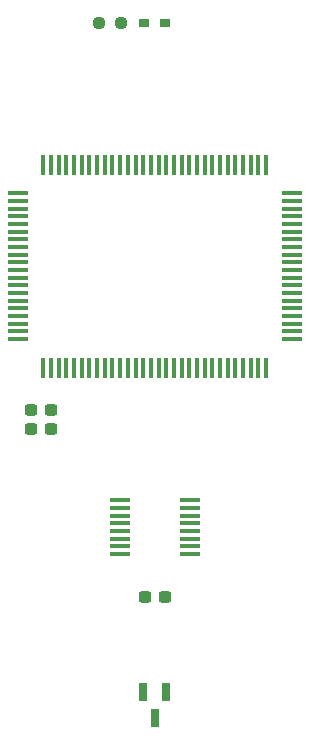
<source format=gbr>
G04 #@! TF.GenerationSoftware,KiCad,Pcbnew,9.0.6-9.0.6~ubuntu25.10.1*
G04 #@! TF.CreationDate,2025-11-15T18:36:26+09:00*
G04 #@! TF.ProjectId,bionic-kl5c80a12,62696f6e-6963-42d6-9b6c-356338306131,2*
G04 #@! TF.SameCoordinates,Original*
G04 #@! TF.FileFunction,Paste,Top*
G04 #@! TF.FilePolarity,Positive*
%FSLAX46Y46*%
G04 Gerber Fmt 4.6, Leading zero omitted, Abs format (unit mm)*
G04 Created by KiCad (PCBNEW 9.0.6-9.0.6~ubuntu25.10.1) date 2025-11-15 18:36:26*
%MOMM*%
%LPD*%
G01*
G04 APERTURE LIST*
G04 Aperture macros list*
%AMRoundRect*
0 Rectangle with rounded corners*
0 $1 Rounding radius*
0 $2 $3 $4 $5 $6 $7 $8 $9 X,Y pos of 4 corners*
0 Add a 4 corners polygon primitive as box body*
4,1,4,$2,$3,$4,$5,$6,$7,$8,$9,$2,$3,0*
0 Add four circle primitives for the rounded corners*
1,1,$1+$1,$2,$3*
1,1,$1+$1,$4,$5*
1,1,$1+$1,$6,$7*
1,1,$1+$1,$8,$9*
0 Add four rect primitives between the rounded corners*
20,1,$1+$1,$2,$3,$4,$5,0*
20,1,$1+$1,$4,$5,$6,$7,0*
20,1,$1+$1,$6,$7,$8,$9,0*
20,1,$1+$1,$8,$9,$2,$3,0*%
G04 Aperture macros list end*
%ADD10RoundRect,0.100000X0.100000X-0.775000X0.100000X0.775000X-0.100000X0.775000X-0.100000X-0.775000X0*%
%ADD11RoundRect,0.100000X0.775000X-0.100000X0.775000X0.100000X-0.775000X0.100000X-0.775000X-0.100000X0*%
%ADD12RoundRect,0.237500X0.250000X0.237500X-0.250000X0.237500X-0.250000X-0.237500X0.250000X-0.237500X0*%
%ADD13R,1.778000X0.355600*%
%ADD14RoundRect,0.237500X0.300000X0.237500X-0.300000X0.237500X-0.300000X-0.237500X0.300000X-0.237500X0*%
%ADD15R,0.965200X0.762000*%
%ADD16R,0.660400X1.625600*%
G04 APERTURE END LIST*
D10*
X104275000Y-100952000D03*
X104925000Y-100952000D03*
X105575000Y-100952000D03*
X106225000Y-100952000D03*
X106875000Y-100952000D03*
X107525000Y-100952000D03*
X108175000Y-100952000D03*
X108825000Y-100952000D03*
X109475000Y-100952000D03*
X110125000Y-100952000D03*
X110775000Y-100952000D03*
X111425000Y-100952000D03*
X112075000Y-100952000D03*
X112725000Y-100952000D03*
X113375000Y-100952000D03*
X114025000Y-100952000D03*
X114675000Y-100952000D03*
X115325000Y-100952000D03*
X115975000Y-100952000D03*
X116625000Y-100952000D03*
X117275000Y-100952000D03*
X117925000Y-100952000D03*
X118575000Y-100952000D03*
X119225000Y-100952000D03*
X119875000Y-100952000D03*
X120525000Y-100952000D03*
X121175000Y-100952000D03*
X121825000Y-100952000D03*
X122475000Y-100952000D03*
X123125000Y-100952000D03*
D11*
X125300000Y-98527000D03*
X125300000Y-97877000D03*
X125300000Y-97227000D03*
X125300000Y-96577000D03*
X125300000Y-95927000D03*
X125300000Y-95277000D03*
X125300000Y-94627000D03*
X125300000Y-93977000D03*
X125300000Y-93327000D03*
X125300000Y-92677000D03*
X125300000Y-92027000D03*
X125300000Y-91377000D03*
X125300000Y-90727000D03*
X125300000Y-90077000D03*
X125300000Y-89427000D03*
X125300000Y-88777000D03*
X125300000Y-88127000D03*
X125300000Y-87477000D03*
X125300000Y-86827000D03*
X125300000Y-86177000D03*
D10*
X123125000Y-83752000D03*
X122475000Y-83752000D03*
X121825000Y-83752000D03*
X121175000Y-83752000D03*
X120525000Y-83752000D03*
X119875000Y-83752000D03*
X119225000Y-83752000D03*
X118575000Y-83752000D03*
X117925000Y-83752000D03*
X117275000Y-83752000D03*
X116625000Y-83752000D03*
X115975000Y-83752000D03*
X115325000Y-83752000D03*
X114675000Y-83752000D03*
X114025000Y-83752000D03*
X113375000Y-83752000D03*
X112725000Y-83752000D03*
X112075000Y-83752000D03*
X111425000Y-83752000D03*
X110775000Y-83752000D03*
X110125000Y-83752000D03*
X109475000Y-83752000D03*
X108825000Y-83752000D03*
X108175000Y-83752000D03*
X107525000Y-83752000D03*
X106875000Y-83752000D03*
X106225000Y-83752000D03*
X105575000Y-83752000D03*
X104925000Y-83752000D03*
X104275000Y-83752000D03*
D11*
X102100000Y-86177000D03*
X102100000Y-86827000D03*
X102100000Y-87477000D03*
X102100000Y-88127000D03*
X102100000Y-88777000D03*
X102100000Y-89427000D03*
X102100000Y-90077000D03*
X102100000Y-90727000D03*
X102100000Y-91377000D03*
X102100000Y-92027000D03*
X102100000Y-92677000D03*
X102100000Y-93327000D03*
X102100000Y-93977000D03*
X102100000Y-94627000D03*
X102100000Y-95277000D03*
X102100000Y-95927000D03*
X102100000Y-96577000D03*
X102100000Y-97227000D03*
X102100000Y-97877000D03*
X102100000Y-98527000D03*
D12*
X110829800Y-71778000D03*
X109004800Y-71778000D03*
D13*
X110728200Y-112175001D03*
X110728200Y-112824999D03*
X110728200Y-113475001D03*
X110728200Y-114124999D03*
X110728200Y-114774998D03*
X110728200Y-115424999D03*
X110728200Y-116074998D03*
X110728200Y-116724999D03*
X116671800Y-116724999D03*
X116671800Y-116075001D03*
X116671800Y-115424999D03*
X116671800Y-114775001D03*
X116671800Y-114125002D03*
X116671800Y-113475001D03*
X116671800Y-112825002D03*
X116671800Y-112175001D03*
D14*
X104912700Y-104569400D03*
X103187700Y-104569400D03*
D15*
X112823700Y-71778000D03*
X114576300Y-71778000D03*
D16*
X114650001Y-128447000D03*
X112749999Y-128447000D03*
X113700000Y-130579000D03*
D14*
X104911600Y-106169600D03*
X103186600Y-106169600D03*
X114589000Y-120393600D03*
X112864000Y-120393600D03*
M02*

</source>
